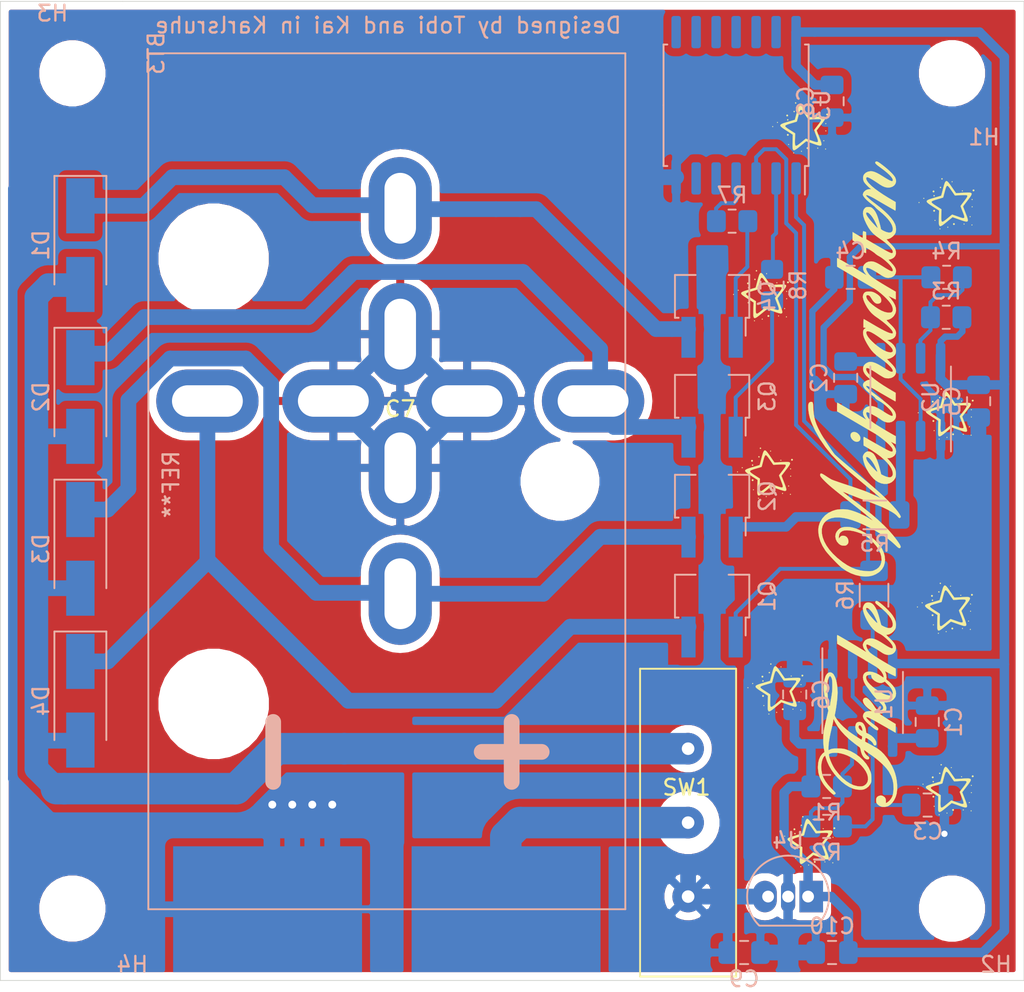
<source format=kicad_pcb>
(kicad_pcb (version 20171130) (host pcbnew "(5.1.10)-1")
  (layers (0 F.Cu signal) (31 B.Cu signal) (34 B.Paste user) (35 F.Paste user) (36 B.SilkS user) (37 F.SilkS user) (38 B.Mask user) (39 F.Mask user) (44 Edge.Cuts user))
  (net 0 "")
  (net 1 "Net-(BT3-Pad1)")
  (net 2 GND)
  (net 3 "Net-(C1-Pad1)")
  (net 4 "Net-(C2-Pad1)")
  (net 5 "Net-(C3-Pad1)")
  (net 6 "Net-(C4-Pad1)")
  (net 7 VCC)
  (net 8 /LED_MATRIX_1)
  (net 9 "Net-(Q1-Pad1)")
  (net 10 /LED_MATRIX_3)
  (net 11 "Net-(Q2-Pad1)")
  (net 12 /LED_MATRIX_2)
  (net 13 "Net-(Q3-Pad1)")
  (net 14 /LED_MATRIX_4)
  (net 15 "Net-(Q4-Pad1)")
  (net 16 "Net-(R1-Pad2)")
  (net 17 "Net-(R3-Pad2)")
  (net 18 "Net-(R5-Pad2)")
  (net 19 "Net-(R6-Pad2)")
  (net 20 +9V)
  (net 21 +5V)
  (net 22 "Net-(R7-Pad2)")
  (net 23 "Net-(R8-Pad2)")
  (module "Bib:9V ohne Loecher" (layer B.Cu) (at 121.12 70.32 270)
    (fp_text reference BT3 (at 0 -0.5 90) (layer B.SilkS) (effects (justify mirror)))
    (fp_text value 9V)
    (fp_text user - (at 44.4 -7.575 90) (layer B.SilkS) (effects (font (size 5 5) (thickness 1)) (justify mirror)))
    (fp_text user REF** (at 27.4 -1.45 90) (layer B.SilkS) (effects (justify mirror)))
    (fp_text user + (at 44.4 -22.725 90) (layer B.SilkS) (effects (font (size 5 5) (thickness 1)) (justify mirror)))
    (pad 2 smd rect (at 54.4 -7.575 270) (size 8 12) (layers B.Cu B.Paste B.Mask) (net 2 GND))
    (pad 1 smd rect (at 54.4 -22.725 270) (size 8 12) (layers B.Cu B.Paste B.Mask) (net 1 "Net-(BT3-Pad1)"))
  )
  (module Resistor_SMD:R_1206_3216Metric_Pad1.30x1.75mm_HandSolder (layer B.Cu) (at 167.221 104.7624 270)
    (fp_text reference R6 (at 0 1.82 90) (layer B.SilkS) (effects (justify mirror)))
    (fp_text value 1k)
    (pad 2 smd roundrect (at 1.55 0 270) (size 1.3 1.75) (layers B.Cu B.Paste B.Mask) (roundrect_rratio 0.1923076923076923) (net 19 "Net-(R6-Pad2)"))
    (pad 1 smd roundrect (at -1.55 0 270) (size 1.3 1.75) (layers B.Cu B.Paste B.Mask) (roundrect_rratio 0.1923076923076923) (net 9 "Net-(Q1-Pad1)"))
  )
  (module Resistor_SMD:R_1206_3216Metric_Pad1.30x1.75mm_HandSolder (layer B.Cu) (at 167.2712 99.657)
    (fp_text reference R5 (at 0 1.82) (layer B.SilkS) (effects (justify mirror)))
    (fp_text value 1k)
    (pad 2 smd roundrect (at 1.55 0) (size 1.3 1.75) (layers B.Cu B.Paste B.Mask) (roundrect_rratio 0.1923076923076923) (net 18 "Net-(R5-Pad2)"))
    (pad 1 smd roundrect (at -1.55 0) (size 1.3 1.75) (layers B.Cu B.Paste B.Mask) (roundrect_rratio 0.1923076923076923) (net 11 "Net-(Q2-Pad1)"))
  )
  (module Resistor_SMD:R_0805_2012Metric_Pad1.20x1.40mm_HandSolder (layer B.Cu) (at 160.744 85.052 90)
    (fp_text reference R8 (at 0 1.65 90) (layer B.SilkS) (effects (justify mirror)))
    (fp_text value 1k)
    (pad 2 smd roundrect (at 1 0 90) (size 1.2 1.4) (layers B.Cu B.Paste B.Mask) (roundrect_rratio 0.2083325) (net 23 "Net-(R8-Pad2)"))
    (pad 1 smd roundrect (at -1 0 90) (size 1.2 1.4) (layers B.Cu B.Paste B.Mask) (roundrect_rratio 0.2083325) (net 13 "Net-(Q3-Pad1)"))
  )
  (module Resistor_SMD:R_0805_2012Metric_Pad1.20x1.40mm_HandSolder (layer B.Cu) (at 158.204 80.988 180)
    (fp_text reference R7 (at 0 1.65) (layer B.SilkS) (effects (justify mirror)))
    (fp_text value 1k)
    (pad 2 smd roundrect (at 1 0 180) (size 1.2 1.4) (layers B.Cu B.Paste B.Mask) (roundrect_rratio 0.2083325) (net 22 "Net-(R7-Pad2)"))
    (pad 1 smd roundrect (at -1 0 180) (size 1.2 1.4) (layers B.Cu B.Paste B.Mask) (roundrect_rratio 0.2083325) (net 15 "Net-(Q4-Pad1)"))
  )
  (module Resistor_SMD:R_0805_2012Metric_Pad1.20x1.40mm_HandSolder (layer B.Cu) (at 171.8312 84.5566 180)
    (fp_text reference R4 (at 0 1.65) (layer B.SilkS) (effects (justify mirror)))
    (fp_text value R)
    (pad 2 smd roundrect (at 1 0 180) (size 1.2 1.4) (layers B.Cu B.Paste B.Mask) (roundrect_rratio 0.2083325) (net 6 "Net-(C4-Pad1)"))
    (pad 1 smd roundrect (at -1 0 180) (size 1.2 1.4) (layers B.Cu B.Paste B.Mask) (roundrect_rratio 0.2083325) (net 17 "Net-(R3-Pad2)"))
  )
  (module Resistor_SMD:R_0805_2012Metric_Pad1.20x1.40mm_HandSolder (layer B.Cu) (at 171.8052 87.0966 180)
    (fp_text reference R3 (at 0 1.65) (layer B.SilkS) (effects (justify mirror)))
    (fp_text value 10k)
    (pad 2 smd roundrect (at 1 0 180) (size 1.2 1.4) (layers B.Cu B.Paste B.Mask) (roundrect_rratio 0.2083325) (net 17 "Net-(R3-Pad2)"))
    (pad 1 smd roundrect (at -1 0 180) (size 1.2 1.4) (layers B.Cu B.Paste B.Mask) (roundrect_rratio 0.2083325) (net 21 +5V))
  )
  (module Resistor_SMD:R_0805_2012Metric_Pad1.20x1.40mm_HandSolder (layer B.Cu) (at 164.211 119.4564)
    (fp_text reference R2 (at 0 1.65) (layer B.SilkS) (effects (justify mirror)))
    (fp_text value R)
    (pad 2 smd roundrect (at 1 0) (size 1.2 1.4) (layers B.Cu B.Paste B.Mask) (roundrect_rratio 0.2083325) (net 5 "Net-(C3-Pad1)"))
    (pad 1 smd roundrect (at -1 0) (size 1.2 1.4) (layers B.Cu B.Paste B.Mask) (roundrect_rratio 0.2083325) (net 16 "Net-(R1-Pad2)"))
  )
  (module Resistor_SMD:R_0805_2012Metric_Pad1.20x1.40mm_HandSolder (layer B.Cu) (at 164.211 116.9164)
    (fp_text reference R1 (at 0 1.65) (layer B.SilkS) (effects (justify mirror)))
    (fp_text value 10k)
    (pad 2 smd roundrect (at 1 0) (size 1.2 1.4) (layers B.Cu B.Paste B.Mask) (roundrect_rratio 0.2083325) (net 16 "Net-(R1-Pad2)"))
    (pad 1 smd roundrect (at -1 0) (size 1.2 1.4) (layers B.Cu B.Paste B.Mask) (roundrect_rratio 0.2083325) (net 21 +5V))
  )
  (module Capacitor_SMD:C_0805_2012Metric_Pad1.18x1.45mm_HandSolder (layer B.Cu) (at 164.554 127.47 180)
    (fp_text reference C10 (at 0 1.68) (layer B.SilkS) (effects (justify mirror)))
    (fp_text value 10n)
    (pad 2 smd roundrect (at 1.0375 0 180) (size 1.175 1.45) (layers B.Cu B.Paste B.Mask) (roundrect_rratio 0.2127659574468085) (net 2 GND))
    (pad 1 smd roundrect (at -1.0375 0 180) (size 1.175 1.45) (layers B.Cu B.Paste B.Mask) (roundrect_rratio 0.2127659574468085) (net 21 +5V))
  )
  (module Capacitor_SMD:C_0805_2012Metric_Pad1.18x1.45mm_HandSolder (layer B.Cu) (at 158.966 127.47)
    (fp_text reference C9 (at 0 1.68) (layer B.SilkS) (effects (justify mirror)))
    (fp_text value 330n)
    (pad 2 smd roundrect (at 1.0375 0) (size 1.175 1.45) (layers B.Cu B.Paste B.Mask) (roundrect_rratio 0.2127659574468085) (net 2 GND))
    (pad 1 smd roundrect (at -1.0375 0) (size 1.175 1.45) (layers B.Cu B.Paste B.Mask) (roundrect_rratio 0.2127659574468085) (net 7 VCC))
  )
  (module Capacitor_SMD:C_0805_2012Metric_Pad1.18x1.45mm_HandSolder (layer B.Cu) (at 164.554 73.368 270)
    (fp_text reference C8 (at 0 1.68 90) (layer B.SilkS) (effects (justify mirror)))
    (fp_text value 100n)
    (pad 2 smd roundrect (at 1.0375 0 270) (size 1.175 1.45) (layers B.Cu B.Paste B.Mask) (roundrect_rratio 0.2127659574468085) (net 2 GND))
    (pad 1 smd roundrect (at -1.0375 0 270) (size 1.175 1.45) (layers B.Cu B.Paste B.Mask) (roundrect_rratio 0.2127659574468085) (net 21 +5V))
  )
  (module Capacitor_SMD:C_0805_2012Metric_Pad1.18x1.45mm_HandSolder (layer B.Cu) (at 162.179 111.0744 90)
    (fp_text reference C6 (at 0 1.68 90) (layer B.SilkS) (effects (justify mirror)))
    (fp_text value 100n)
    (pad 2 smd roundrect (at 1.0375 0 90) (size 1.175 1.45) (layers B.Cu B.Paste B.Mask) (roundrect_rratio 0.2127659574468085) (net 2 GND))
    (pad 1 smd roundrect (at -1.0375 0 90) (size 1.175 1.45) (layers B.Cu B.Paste B.Mask) (roundrect_rratio 0.2127659574468085) (net 21 +5V))
  )
  (module Capacitor_SMD:C_0805_2012Metric_Pad1.18x1.45mm_HandSolder (layer B.Cu) (at 173.8632 92.4306 270)
    (fp_text reference C5 (at 0 1.68 90) (layer B.SilkS) (effects (justify mirror)))
    (fp_text value 100n)
    (pad 2 smd roundrect (at 1.0375 0 270) (size 1.175 1.45) (layers B.Cu B.Paste B.Mask) (roundrect_rratio 0.2127659574468085) (net 2 GND))
    (pad 1 smd roundrect (at -1.0375 0 270) (size 1.175 1.45) (layers B.Cu B.Paste B.Mask) (roundrect_rratio 0.2127659574468085) (net 21 +5V))
  )
  (module Capacitor_SMD:C_0805_2012Metric_Pad1.18x1.45mm_HandSolder (layer B.Cu) (at 165.7352 84.5566 180)
    (fp_text reference C4 (at 0 1.68) (layer B.SilkS) (effects (justify mirror)))
    (fp_text value C)
    (pad 2 smd roundrect (at 1.0375 0 180) (size 1.175 1.45) (layers B.Cu B.Paste B.Mask) (roundrect_rratio 0.2127659574468085) (net 2 GND))
    (pad 1 smd roundrect (at -1.0375 0 180) (size 1.175 1.45) (layers B.Cu B.Paste B.Mask) (roundrect_rratio 0.2127659574468085) (net 6 "Net-(C4-Pad1)"))
  )
  (module Capacitor_SMD:C_0805_2012Metric_Pad1.18x1.45mm_HandSolder (layer B.Cu) (at 170.6246 118.0974)
    (fp_text reference C3 (at 0 1.68) (layer B.SilkS) (effects (justify mirror)))
    (fp_text value C)
    (pad 2 smd roundrect (at 1.0375 0) (size 1.175 1.45) (layers B.Cu B.Paste B.Mask) (roundrect_rratio 0.2127659574468085) (net 2 GND))
    (pad 1 smd roundrect (at -1.0375 0) (size 1.175 1.45) (layers B.Cu B.Paste B.Mask) (roundrect_rratio 0.2127659574468085) (net 5 "Net-(C3-Pad1)"))
  )
  (module Capacitor_SMD:C_0805_2012Metric_Pad1.18x1.45mm_HandSolder (layer B.Cu) (at 165.4176 90.9448 270)
    (fp_text reference C2 (at 0 1.68 90) (layer B.SilkS) (effects (justify mirror)))
    (fp_text value 10n)
    (pad 2 smd roundrect (at 1.0375 0 270) (size 1.175 1.45) (layers B.Cu B.Paste B.Mask) (roundrect_rratio 0.2127659574468085) (net 2 GND))
    (pad 1 smd roundrect (at -1.0375 0 270) (size 1.175 1.45) (layers B.Cu B.Paste B.Mask) (roundrect_rratio 0.2127659574468085) (net 4 "Net-(C2-Pad1)"))
  )
  (module Capacitor_SMD:C_0805_2012Metric_Pad1.18x1.45mm_HandSolder (layer B.Cu) (at 170.5992 112.8142 90)
    (fp_text reference C1 (at 0 1.68 90) (layer B.SilkS) (effects (justify mirror)))
    (fp_text value 10n)
    (pad 2 smd roundrect (at 1.0375 0 90) (size 1.175 1.45) (layers B.Cu B.Paste B.Mask) (roundrect_rratio 0.2127659574468085) (net 2 GND))
    (pad 1 smd roundrect (at -1.0375 0 90) (size 1.175 1.45) (layers B.Cu B.Paste B.Mask) (roundrect_rratio 0.2127659574468085) (net 3 "Net-(C1-Pad1)"))
  )
  (module grafics:star_silk (layer F.Cu) (at 171.7676 117.1068)
    (fp_text reference G*** hide)
    (fp_text value LOGO hide)
  )
  (module grafics:star_silk (layer F.Cu) (at 160.0328 85.7124)
    (fp_text reference G*** hide)
    (fp_text value LOGO hide)
  )
  (module grafics:star_silk (layer F.Cu) (at 171.8184 79.8704)
    (fp_text reference G*** hide)
    (fp_text value LOGO hide)
  )
  (module grafics:star_silk (layer F.Cu) (at 160.2868 96.99)
    (fp_text reference G*** hide)
    (fp_text value LOGO hide)
  )
  (module grafics:star_silk (layer F.Cu) (at 160.9472 110.706)
    (fp_text reference G*** hide)
    (fp_text value LOGO hide)
  )
  (module grafics:star_silk (layer F.Cu) (at 171.7676 93.2308)
    (fp_text reference G*** hide)
    (fp_text value LOGO hide)
  )
  (module grafics:star_silk (layer F.Cu) (at 162.522 75.0444)
    (fp_text reference G*** hide)
    (fp_text value LOGO hide)
  )
  (module grafics:star_silk (layer F.Cu) (at 171.7168 105.5752)
    (fp_text reference G*** hide)
    (fp_text value LOGO hide)
  )
  (module grafics:star_silk (layer F.Cu) (at 162.9792 120.4088)
    (fp_text reference G*** hide)
    (fp_text value LOGO hide)
  )
  (module grafics:frohe_weihnachten_dick (layer F.Cu) (at 165.9764 97.752 90)
    (fp_text reference G*** hide)
    (fp_text value LOGO hide)
  )
  (module Package_TO_SOT_THT:TO-92_Inline (layer B.Cu) (at 163.03 123.914 180)
    (fp_text reference U4 (at 1.27 3.56) (layer B.SilkS) (effects (justify mirror)))
    (fp_text value L78L05_TO92)
    (pad 1 thru_hole rect (at 0 0 180) (size 1.5 2) (drill 0.75 (offset -0.2 0)) (layers *.Cu *.Mask) (net 21 +5V))
    (pad 3 thru_hole oval (at 2.54 0 180) (size 1.5 2) (drill 0.75 (offset 0.2 0)) (layers *.Cu *.Mask) (net 7 VCC))
    (pad 2 thru_hole oval (at 1.27 0 180) (size 0.9 2) (drill 0.75) (layers *.Cu *.Mask) (net 2 GND))
  )
  (module Diode_SMD:D_SMA_Handsoldering (layer B.Cu) (at 116.802 111.468 270)
    (fp_text reference D4 (at 0 2.5 270) (layer B.SilkS) (effects (justify mirror)))
    (fp_text value "STPS 1L30A STM")
    (pad 2 smd rect (at 2.5 0 270) (size 3.5 1.8) (layers B.Cu B.Paste B.Mask) (net 20 +9V))
    (pad 1 smd rect (at -2.5 0 270) (size 3.5 1.8) (layers B.Cu B.Paste B.Mask) (net 8 /LED_MATRIX_1))
  )
  (module Diode_SMD:D_SMA_Handsoldering (layer B.Cu) (at 116.802 101.816 270)
    (fp_text reference D3 (at 0 2.5 90) (layer B.SilkS) (effects (justify mirror)))
    (fp_text value "STPS 1L30A STM")
    (pad 2 smd rect (at 2.5 0 270) (size 3.5 1.8) (layers B.Cu B.Paste B.Mask) (net 20 +9V))
    (pad 1 smd rect (at -2.5 0 270) (size 3.5 1.8) (layers B.Cu B.Paste B.Mask) (net 12 /LED_MATRIX_2))
  )
  (module Diode_SMD:D_SMA_Handsoldering (layer B.Cu) (at 116.802 92.164 270)
    (fp_text reference D2 (at 0 2.5 90) (layer B.SilkS) (effects (justify mirror)))
    (fp_text value "STPS 1L30A STM")
    (pad 2 smd rect (at 2.5 0 270) (size 3.5 1.8) (layers B.Cu B.Paste B.Mask) (net 20 +9V))
    (pad 1 smd rect (at -2.5 0 270) (size 3.5 1.8) (layers B.Cu B.Paste B.Mask) (net 10 /LED_MATRIX_3))
  )
  (module Diode_SMD:D_SMA_Handsoldering (layer B.Cu) (at 116.802 82.512 270)
    (fp_text reference D1 (at 0 2.5 90) (layer B.SilkS) (effects (justify mirror)))
    (fp_text value "STPS 1L30A STM")
    (pad 2 smd rect (at 2.5 0 270) (size 3.5 1.8) (layers B.Cu B.Paste B.Mask) (net 20 +9V))
    (pad 1 smd rect (at -2.5 0 270) (size 3.5 1.8) (layers B.Cu B.Paste B.Mask) (net 14 /LED_MATRIX_4))
  )
  (module Bib:Schiebeschalter (layer F.Cu) (at 158.458 109.436 270)
    (fp_text reference SW1 (at 7.5438 3.1496) (layer F.SilkS))
    (fp_text value SW_DPDT_x2)
    (pad 3 thru_hole circle (at 5.08 3.05 270) (size 2 2) (drill 0.8) (layers *.Cu *.Mask) (net 20 +9V))
    (pad 2 thru_hole circle (at 9.78 3.05 270) (size 2 2) (drill 0.8) (layers *.Cu *.Mask) (net 1 "Net-(BT3-Pad1)") (clearance 1))
    (pad 1 thru_hole circle (at 14.48 3.05 270) (size 2 2) (drill 0.8) (layers *.Cu *.Mask) (net 7 VCC))
  )
  (module Package_TO_SOT_SMD:SOT-89-3 (layer B.Cu) (at 156.934 105.118 90)
    (fp_text reference Q1 (at 0.3 3.5 90) (layer B.SilkS) (effects (justify mirror)))
    (fp_text value BCX56)
    (pad 1 smd rect (at -1.65 1.5 90) (size 2.6 0.9) (drill (offset -0.65 0)) (layers B.Cu B.Paste B.Mask) (net 9 "Net-(Q1-Pad1)"))
    (pad 3 smd rect (at -1.65 -1.5 90) (size 2.6 0.9) (drill (offset -0.65 0)) (layers B.Cu B.Paste B.Mask) (net 8 /LED_MATRIX_1))
    (pad 2 smd custom (at -1.5625 0 90) (size 1.475 0.9) (layers B.Cu B.Paste B.Mask) (net 7 VCC) (options (clearance outline) (anchor rect)) (primitives (gr_poly (pts (xy 0.7375 0.8665) (xy 3.8625 0.8665) (xy 3.8625 -0.8665) (xy 0.7375 -0.8665)) (width 0))))
  )
  (module Bib:Verbindung_Basis (layer F.Cu) (at 137.122 92.418)
    (fp_text reference C7 (at 0 0.5) (layer F.SilkS))
    (fp_text value Baum_Connector)
    (pad 6 thru_hole oval (at 0 12.25) (size 4 6.5) (drill oval 2 4.5) (layers *.Cu *.Mask) (net 12 /LED_MATRIX_2))
    (pad 5 thru_hole oval (at 0 4.25) (size 4 6.5) (drill oval 2 4.5) (layers *.Cu *.Mask) (net 2 GND))
    (pad 2 thru_hole oval (at 0 -12.25) (size 4 6.5) (drill oval 2 4.5) (layers *.Cu *.Mask) (net 14 /LED_MATRIX_4))
    (pad 1 thru_hole oval (at 0 -4.25) (size 4 6.5) (drill oval 2 4.5) (layers *.Cu *.Mask) (net 2 GND))
    (pad 8 thru_hole oval (at -12.25 0) (size 6.5 4) (drill oval 4.5 2) (layers *.Cu *.Mask) (net 8 /LED_MATRIX_1))
    (pad 7 thru_hole oval (at -4.25 0) (size 6.5 4) (drill oval 4.5 2) (layers *.Cu *.Mask) (net 2 GND))
    (pad 4 thru_hole oval (at 12.25 0) (size 6.5 4) (drill oval 4.5 2) (layers *.Cu *.Mask) (net 10 /LED_MATRIX_3))
    (pad 3 thru_hole oval (at 4.25 0) (size 6.5 4) (drill oval 4.5 2) (layers *.Cu *.Mask) (net 2 GND))
  )
  (module MountingHole:MountingHole_3.2mm_M3 (layer F.Cu) (at 116.294 124.676)
    (fp_text reference H4 (at 3.81 3.556) (layer B.SilkS) (effects (justify mirror)))
    (fp_text value M3)
    (pad 1 np_thru_hole circle (at 0 0) (size 3.2 3.2) (drill 3.2) (layers *.Cu *.Mask))
  )
  (module MountingHole:MountingHole_3.2mm_M3 (layer F.Cu) (at 116.294 71.59)
    (fp_text reference H3 (at -1.27 -3.81) (layer B.SilkS) (effects (justify mirror)))
    (fp_text value M3)
    (pad 1 np_thru_hole circle (at 0 0) (size 3.2 3.2) (drill 3.2) (layers *.Cu *.Mask))
  )
  (module MountingHole:MountingHole_3.2mm_M3 (layer F.Cu) (at 172.174 124.676)
    (fp_text reference H2 (at 2.794 3.556) (layer B.SilkS) (effects (justify mirror)))
    (fp_text value M3)
    (pad 1 np_thru_hole circle (at 0 0) (size 3.2 3.2) (drill 3.2) (layers *.Cu *.Mask))
  )
  (module MountingHole:MountingHole_3.2mm_M3 (layer F.Cu) (at 172.174 71.59)
    (fp_text reference H1 (at 2.032 4.064) (layer B.SilkS) (effects (justify mirror)))
    (fp_text value M3)
    (pad 1 np_thru_hole circle (at 0 0) (size 3.2 3.2) (drill 3.2) (layers *.Cu *.Mask))
  )
  (module Package_SO:SOIC-14W_7.5x9mm_P1.27mm (layer B.Cu) (at 158.458 73.622 90)
    (fp_text reference U3 (at 0 5.45 90) (layer B.SilkS) (effects (justify mirror)))
    (fp_text value 74HC04)
    (pad 1 smd roundrect (at -4.65 3.81 90) (size 2.05 0.6) (layers B.Cu B.Paste B.Mask) (net 9 "Net-(Q1-Pad1)"))
    (pad 2 smd roundrect (at -4.65 2.54 90) (size 2.05 0.6) (layers B.Cu B.Paste B.Mask) (net 23 "Net-(R8-Pad2)"))
    (pad 3 smd roundrect (at -4.65 1.27 90) (size 2.05 0.6) (layers B.Cu B.Paste B.Mask) (net 11 "Net-(Q2-Pad1)"))
    (pad 4 smd roundrect (at -4.65 0 90) (size 2.05 0.6) (layers B.Cu B.Paste B.Mask) (net 22 "Net-(R7-Pad2)"))
    (pad 5 smd roundrect (at -4.65 -1.27 90) (size 2.05 0.6) (layers B.Cu B.Paste B.Mask))
    (pad 6 smd roundrect (at -4.65 -2.54 90) (size 2.05 0.6) (layers B.Cu B.Paste B.Mask))
    (pad 7 smd roundrect (at -4.65 -3.81 90) (size 2.05 0.6) (layers B.Cu B.Paste B.Mask) (net 2 GND))
    (pad 8 smd roundrect (at 4.65 -3.81 90) (size 2.05 0.6) (layers B.Cu B.Paste B.Mask))
    (pad 9 smd roundrect (at 4.65 -2.54 90) (size 2.05 0.6) (layers B.Cu B.Paste B.Mask))
    (pad 10 smd roundrect (at 4.65 -1.27 90) (size 2.05 0.6) (layers B.Cu B.Paste B.Mask))
    (pad 11 smd roundrect (at 4.65 0 90) (size 2.05 0.6) (layers B.Cu B.Paste B.Mask))
    (pad 12 smd roundrect (at 4.65 1.27 90) (size 2.05 0.6) (layers B.Cu B.Paste B.Mask))
    (pad 13 smd roundrect (at 4.65 2.54 90) (size 2.05 0.6) (layers B.Cu B.Paste B.Mask))
    (pad 14 smd roundrect (at 4.65 3.81 90) (size 2.05 0.6) (layers B.Cu B.Paste B.Mask) (net 21 +5V))
  )
  (module Package_SO:SOIC-8_3.9x4.9mm_P1.27mm (layer B.Cu) (at 169.5452 92.1766 90)
    (fp_text reference U2 (at -0.0001 1.2826 90) (layer B.SilkS) (effects (justify mirror)))
    (fp_text value NE555D)
    (pad 1 smd roundrect (at -2.475 1.905 90) (size 1.95 0.6) (layers B.Cu B.Paste B.Mask) (net 2 GND))
    (pad 2 smd roundrect (at -2.475 0.635 90) (size 1.95 0.6) (layers B.Cu B.Paste B.Mask) (net 6 "Net-(C4-Pad1)"))
    (pad 3 smd roundrect (at -2.475 -0.635 90) (size 1.95 0.6) (layers B.Cu B.Paste B.Mask) (net 18 "Net-(R5-Pad2)"))
    (pad 4 smd roundrect (at -2.475 -1.905 90) (size 1.95 0.6) (layers B.Cu B.Paste B.Mask) (net 21 +5V))
    (pad 5 smd roundrect (at 2.475 -1.905 90) (size 1.95 0.6) (layers B.Cu B.Paste B.Mask) (net 4 "Net-(C2-Pad1)"))
    (pad 6 smd roundrect (at 2.475 -0.635 90) (size 1.95 0.6) (layers B.Cu B.Paste B.Mask) (net 6 "Net-(C4-Pad1)"))
    (pad 7 smd roundrect (at 2.475 0.635 90) (size 1.95 0.6) (layers B.Cu B.Paste B.Mask) (net 17 "Net-(R3-Pad2)"))
    (pad 8 smd roundrect (at 2.475 1.905 90) (size 1.95 0.6) (layers B.Cu B.Paste B.Mask) (net 21 +5V))
  )
  (module Package_SO:SOIC-8_3.9x4.9mm_P1.27mm (layer B.Cu) (at 166.497 111.5824 270)
    (fp_text reference U1 (at 0.0634 -1.359 90) (layer B.SilkS) (effects (justify mirror)))
    (fp_text value NE555D)
    (pad 1 smd roundrect (at -2.475 1.905 270) (size 1.95 0.6) (layers B.Cu B.Paste B.Mask) (net 2 GND))
    (pad 2 smd roundrect (at -2.475 0.635 270) (size 1.95 0.6) (layers B.Cu B.Paste B.Mask) (net 5 "Net-(C3-Pad1)"))
    (pad 3 smd roundrect (at -2.475 -0.635 270) (size 1.95 0.6) (layers B.Cu B.Paste B.Mask) (net 19 "Net-(R6-Pad2)"))
    (pad 4 smd roundrect (at -2.475 -1.905 270) (size 1.95 0.6) (layers B.Cu B.Paste B.Mask) (net 21 +5V))
    (pad 5 smd roundrect (at 2.475 -1.905 270) (size 1.95 0.6) (layers B.Cu B.Paste B.Mask) (net 3 "Net-(C1-Pad1)"))
    (pad 6 smd roundrect (at 2.475 -0.635 270) (size 1.95 0.6) (layers B.Cu B.Paste B.Mask) (net 5 "Net-(C3-Pad1)"))
    (pad 7 smd roundrect (at 2.475 0.635 270) (size 1.95 0.6) (layers B.Cu B.Paste B.Mask) (net 16 "Net-(R1-Pad2)"))
    (pad 8 smd roundrect (at 2.475 1.905 270) (size 1.95 0.6) (layers B.Cu B.Paste B.Mask) (net 21 +5V))
  )
  (module Package_TO_SOT_SMD:SOT-89-3 (layer B.Cu) (at 156.934 86.068 90)
    (fp_text reference Q4 (at 0.3 3.5 90) (layer B.SilkS) (effects (justify mirror)))
    (fp_text value BCX56)
    (pad 1 smd rect (at -1.65 1.5 90) (size 2.6 0.9) (drill (offset -0.65 0)) (layers B.Cu B.Paste B.Mask) (net 15 "Net-(Q4-Pad1)"))
    (pad 3 smd rect (at -1.65 -1.5 90) (size 2.6 0.9) (drill (offset -0.65 0)) (layers B.Cu B.Paste B.Mask) (net 14 /LED_MATRIX_4))
    (pad 2 smd custom (at -1.5625 0 90) (size 1.475 0.9) (layers B.Cu B.Paste B.Mask) (net 7 VCC) (options (clearance outline) (anchor rect)) (primitives (gr_poly (pts (xy 0.7375 0.8665) (xy 3.8625 0.8665) (xy 3.8625 -0.8665) (xy 0.7375 -0.8665)) (width 0))))
  )
  (module Package_TO_SOT_SMD:SOT-89-3 (layer B.Cu) (at 156.934 92.418 90)
    (fp_text reference Q3 (at 0.3 3.5 90) (layer B.SilkS) (effects (justify mirror)))
    (fp_text value BCX56)
    (pad 1 smd rect (at -1.65 1.5 90) (size 2.6 0.9) (drill (offset -0.65 0)) (layers B.Cu B.Paste B.Mask) (net 13 "Net-(Q3-Pad1)"))
    (pad 3 smd rect (at -1.65 -1.5 90) (size 2.6 0.9) (drill (offset -0.65 0)) (layers B.Cu B.Paste B.Mask) (net 10 /LED_MATRIX_3))
    (pad 2 smd custom (at -1.5625 0 90) (size 1.475 0.9) (layers B.Cu B.Paste B.Mask) (net 7 VCC) (options (clearance outline) (anchor rect)) (primitives (gr_poly (pts (xy 0.7375 0.8665) (xy 3.8625 0.8665) (xy 3.8625 -0.8665) (xy 0.7375 -0.8665)) (width 0))))
  )
  (module Package_TO_SOT_SMD:SOT-89-3 (layer B.Cu) (at 156.934 98.768 90)
    (fp_text reference Q2 (at 0.3 3.5 90) (layer B.SilkS) (effects (justify mirror)))
    (fp_text value BCX56)
    (pad 1 smd rect (at -1.65 1.5 90) (size 2.6 0.9) (drill (offset -0.65 0)) (layers B.Cu B.Paste B.Mask) (net 11 "Net-(Q2-Pad1)"))
    (pad 3 smd rect (at -1.65 -1.5 90) (size 2.6 0.9) (drill (offset -0.65 0)) (layers B.Cu B.Paste B.Mask) (net 12 /LED_MATRIX_2))
    (pad 2 smd custom (at -1.5625 0 90) (size 1.475 0.9) (layers B.Cu B.Paste B.Mask) (net 7 VCC) (options (clearance outline) (anchor rect)) (primitives (gr_poly (pts (xy 0.7375 0.8665) (xy 3.8625 0.8665) (xy 3.8625 -0.8665) (xy 0.7375 -0.8665)) (width 0))))
  )
  (gr_text "Designed by Tobi and Kai in Karlsruhe" (at 136.36 68.542) (layer B.SilkS) (effects (font (size 1 1)) (justify mirror)))
  (gr_line (start 176.746 129.248) (end 176.746 67.018) (layer Edge.Cuts) (width 0.05))
  (gr_line (start 111.722 129.248) (end 176.746 129.248) (layer Edge.Cuts) (width 0.05))
  (gr_line (start 111.722 67.018) (end 119.469 67.018) (layer Edge.Cuts) (width 0.05))
  (gr_line (start 111.722 129.248) (end 111.722 67.018) (layer Edge.Cuts) (width 0.05))
  (gr_line (start 176.746 67.018) (end 119.469 67.018) (layer Edge.Cuts) (width 0.05))
  (segment (start 155.412 119.214) (end 144.7176 119.214) (width 2) (layer B.Cu) (net 1))
  (segment (start 144.7176 119.214) (end 143.8276 120.104) (width 2) (layer B.Cu) (net 1))
  (segment (start 143.8276 120.104) (end 143.8276 124.7014) (width 2) (layer B.Cu) (net 1))
  (via (at 130.264 118.072) (size 1) (drill 0.5) (layers F.Cu B.Cu) (net 2))
  (via (at 131.534 118.072) (size 1) (drill 0.5) (layers F.Cu B.Cu) (net 2))
  (via (at 132.804 118.072) (size 1) (drill 0.5) (layers F.Cu B.Cu) (net 2))
  (segment (start 137.122 96.668) (end 132.872 92.418) (width 1) (layer B.Cu) (net 2))
  (segment (start 137.122 88.168) (end 132.872 92.418) (width 1) (layer B.Cu) (net 2))
  (segment (start 164.592 109.1074) (end 163.892 109.1074) (width 0.6) (layer B.Cu) (net 2))
  (segment (start 163.4875 109.5119) (end 162.179 109.5119) (width 0.6) (layer B.Cu) (net 2))
  (segment (start 163.892 109.1074) (end 163.4875 109.5119) (width 0.6) (layer B.Cu) (net 2))
  (segment (start 128.695 124.72) (end 128.95 124.72) (width 1) (layer B.Cu) (net 2))
  (segment (start 128.95 124.72) (end 131.28 122.39) (width 1) (layer B.Cu) (net 2))
  (via (at 128.994 118.072) (size 1) (drill 0.5) (layers F.Cu B.Cu) (net 2))
  (via (at 171.6914 119.9262) (size 0.8) (drill 0.4) (layers F.Cu B.Cu) (net 2))
  (segment (start 137.122 96.668) (end 137.19 96.668) (width 1) (layer B.Cu) (net 2))
  (segment (start 137.19 96.668) (end 141.44 92.418) (width 1) (layer B.Cu) (net 2))
  (segment (start 137.122 88.168) (end 137.122 88.354) (width 1) (layer B.Cu) (net 2))
  (segment (start 137.122 88.354) (end 141.44 92.672) (width 1) (layer B.Cu) (net 2))
  (segment (start 128.994 118.072) (end 128.994 124.168) (width 1) (layer B.Cu) (net 2))
  (segment (start 130.264 118.072) (end 130.264 123.406) (width 1) (layer B.Cu) (net 2))
  (segment (start 131.534 118.072) (end 131.534 121.882) (width 1) (layer B.Cu) (net 2))
  (segment (start 132.804 118.072) (end 132.804 121.12) (width 1) (layer B.Cu) (net 2))
  (segment (start 128.695 124.72) (end 120.656 124.72) (width 1) (layer B.Cu) (net 2))
  (segment (start 113.246 78.194) (end 116.548 74.892) (width 1) (layer B.Cu) (net 2))
  (segment (start 116.548 74.892) (end 144.488 74.892) (width 1) (layer B.Cu) (net 2))
  (segment (start 161.76 123.914) (end 161.76 127.47) (width 0.6) (layer B.Cu) (net 2))
  (segment (start 161.76 127.47) (end 163.03 127.47) (width 1) (layer B.Cu) (net 2))
  (segment (start 160.5285 127.47) (end 161.76 127.47) (width 1) (layer B.Cu) (net 2))
  (segment (start 161.76 123.914) (end 161.76 123.438707) (width 0.6) (layer B.Cu) (net 2))
  (segment (start 162.014 109.69) (end 162.014 109.436) (width 0.6) (layer B.Cu) (net 2))
  (segment (start 159.728 109.69) (end 162.014 109.69) (width 0.6) (layer B.Cu) (net 2))
  (segment (start 159.22 110.198) (end 159.728 109.69) (width 0.6) (layer B.Cu) (net 2))
  (segment (start 159.22 121.374) (end 159.22 110.198) (width 0.6) (layer B.Cu) (net 2))
  (segment (start 159.982 122.136) (end 159.22 121.374) (width 0.6) (layer B.Cu) (net 2))
  (segment (start 144.488 74.892) (end 147.282 74.892) (width 1) (layer B.Cu) (net 2))
  (segment (start 147.282 74.892) (end 150.584 78.194) (width 1) (layer B.Cu) (net 2))
  (segment (start 150.584 78.194) (end 154.648 78.194) (width 1) (layer B.Cu) (net 2))
  (segment (start 161.76 122.39) (end 161.506 122.136) (width 0.6) (layer B.Cu) (net 2))
  (segment (start 161.76 123.914) (end 161.76 122.39) (width 0.6) (layer B.Cu) (net 2))
  (segment (start 161.506 122.136) (end 159.982 122.136) (width 0.6) (layer B.Cu) (net 2))
  (segment (start 112.507991 78.932009) (end 113.246 78.194) (width 0.6) (layer B.Cu) (net 2))
  (segment (start 112.507991 116.407325) (end 112.507991 78.932009) (width 0.6) (layer B.Cu) (net 2))
  (segment (start 120.656 124.555334) (end 112.507991 116.407325) (width 0.6) (layer B.Cu) (net 2))
  (segment (start 120.656 124.72) (end 120.656 124.555334) (width 0.6) (layer B.Cu) (net 2))
  (segment (start 169.634 103.086) (end 169.634 104.61) (width 0.4) (layer B.Cu) (net 2))
  (segment (start 164.6977 84.5566) (end 164.6977 85.3147) (width 0.4) (layer B.Cu) (net 2))
  (segment (start 163.30101 86.71139) (end 163.30101 87.15181) (width 0.4) (layer B.Cu) (net 2))
  (segment (start 164.6977 85.3147) (end 163.30101 86.71139) (width 0.4) (layer B.Cu) (net 2))
  (segment (start 169.634 103.086) (end 169.634 103.0098) (width 0.4) (layer B.Cu) (net 2))
  (segment (start 169.634 103.0098) (end 167.5004 100.8762) (width 0.4) (layer B.Cu) (net 2))
  (segment (start 167.5004 100.8762) (end 167.5004 97.3202) (width 0.4) (layer B.Cu) (net 2))
  (segment (start 167.5004 97.3202) (end 167.5004 96.6598) (width 0.4) (layer B.Cu) (net 2))
  (segment (start 167.5004 96.6598) (end 165.4176 94.577) (width 0.4) (layer B.Cu) (net 2))
  (segment (start 165.4176 94.577) (end 165.4176 92.037) (width 0.4) (layer B.Cu) (net 2))
  (segment (start 165.4176 91.9823) (end 164.2707 91.9823) (width 0.4) (layer B.Cu) (net 2))
  (segment (start 163.30101 91.01261) (end 163.30101 89.83559) (width 0.4) (layer B.Cu) (net 2))
  (segment (start 164.2707 91.9823) (end 163.30101 91.01261) (width 0.4) (layer B.Cu) (net 2))
  (segment (start 163.30101 87.15181) (end 163.30101 89.83559) (width 0.4) (layer B.Cu) (net 2))
  (segment (start 154.648 77.247) (end 154.648 78.272) (width 0.6) (layer B.Cu) (net 2))
  (segment (start 157.4895 74.4055) (end 154.648 77.247) (width 0.6) (layer B.Cu) (net 2))
  (segment (start 164.554 74.4055) (end 157.4895 74.4055) (width 0.6) (layer B.Cu) (net 2))
  (segment (start 173.8504 101.689) (end 173.8504 93.561) (width 1) (layer B.Cu) (net 2))
  (segment (start 173.8504 102.5018) (end 173.8504 101.689) (width 1) (layer B.Cu) (net 2))
  (segment (start 171.7422 104.61) (end 173.8504 102.5018) (width 1) (layer B.Cu) (net 2))
  (segment (start 163.538 104.61) (end 171.7422 104.61) (width 1) (layer B.Cu) (net 2))
  (segment (start 162.179 105.969) (end 163.538 104.61) (width 1) (layer B.Cu) (net 2))
  (segment (start 162.179 109.5119) (end 162.179 105.969) (width 1) (layer B.Cu) (net 2))
  (segment (start 170.5992 111.7767) (end 171.7715 111.7767) (width 0.6) (layer B.Cu) (net 2))
  (segment (start 171.7715 111.7767) (end 173.0122 113.0174) (width 0.6) (layer B.Cu) (net 2))
  (segment (start 173.0122 113.0174) (end 173.0122 115.1002) (width 0.6) (layer B.Cu) (net 2))
  (segment (start 173.0122 115.1002) (end 171.6406 116.4718) (width 0.6) (layer B.Cu) (net 2))
  (segment (start 171.6406 116.4718) (end 171.6406 118.1228) (width 0.6) (layer B.Cu) (net 2))
  (segment (start 171.6914 119.9262) (end 171.6914 118.1482) (width 0.6) (layer B.Cu) (net 2))
  (segment (start 171.6914 118.1482) (end 171.6406 118.0974) (width 0.6) (layer B.Cu) (net 2))
  (segment (start 168.4025 114.3767) (end 168.3894 114.3636) (width 0.6) (layer B.Cu) (net 3))
  (segment (start 170.5992 113.8517) (end 168.4363 113.8517) (width 0.6) (layer B.Cu) (net 3))
  (segment (start 168.4363 113.8517) (end 168.4148 113.8302) (width 0.6) (layer B.Cu) (net 3))
  (segment (start 167.6397 89.3823) (end 167.6528 89.3954) (width 0.25) (layer B.Cu) (net 4))
  (segment (start 167.6528 89.3954) (end 167.6528 89.7256) (width 0.25) (layer B.Cu) (net 4))
  (segment (start 165.4176 89.9073) (end 167.5981 89.9073) (width 0.6) (layer B.Cu) (net 4))
  (segment (start 167.5981 89.9073) (end 167.602 89.9034) (width 0.6) (layer B.Cu) (net 4))
  (segment (start 167.132 114.0574) (end 167.132 112.4714) (width 0.25) (layer B.Cu) (net 5))
  (segment (start 165.862 111.2014) (end 165.862 109.1074) (width 0.25) (layer B.Cu) (net 5))
  (segment (start 167.132 112.4714) (end 165.862 111.2014) (width 0.25) (layer B.Cu) (net 5))
  (segment (start 165.7478 119.3928) (end 165.7986 119.4436) (width 0.25) (layer B.Cu) (net 5))
  (segment (start 167.6782 118.0974) (end 169.0621 118.0974) (width 0.25) (layer B.Cu) (net 5))
  (segment (start 167.1448 118.0974) (end 167.6782 118.0974) (width 0.25) (layer B.Cu) (net 5))
  (segment (start 167.132 118.0846) (end 167.1448 118.0974) (width 0.25) (layer B.Cu) (net 5))
  (segment (start 167.132 114.0574) (end 167.132 118.0846) (width 0.25) (layer B.Cu) (net 5))
  (segment (start 167.132 118.0846) (end 167.132 118.7706) (width 0.25) (layer B.Cu) (net 5))
  (segment (start 165.761 119.4564) (end 166.6748 119.4564) (width 0.25) (layer B.Cu) (net 5))
  (segment (start 167.132 118.9992) (end 167.132 118.7706) (width 0.25) (layer B.Cu) (net 5))
  (segment (start 166.6748 119.4564) (end 167.132 118.9992) (width 0.25) (layer B.Cu) (net 5))
  (segment (start 168.9102 89.7016) (end 168.9102 85.1916) (width 0.25) (layer B.Cu) (net 6))
  (segment (start 168.9102 89.7016) (end 168.9102 91.0336) (width 0.25) (layer B.Cu) (net 6))
  (segment (start 170.1802 92.3036) (end 170.1802 94.6516) (width 0.25) (layer B.Cu) (net 6))
  (segment (start 168.9102 91.0336) (end 170.1802 92.3036) (width 0.25) (layer B.Cu) (net 6))
  (segment (start 169.5452 84.5566) (end 170.2812 84.5566) (width 0.25) (layer B.Cu) (net 6))
  (segment (start 168.9102 85.1916) (end 168.9102 84.5566) (width 0.25) (layer B.Cu) (net 6))
  (segment (start 168.9102 84.5566) (end 169.5452 84.5566) (width 0.25) (layer B.Cu) (net 6))
  (segment (start 167.2977 84.5566) (end 168.9102 84.5566) (width 0.25) (layer B.Cu) (net 6))
  (segment (start 156.934 104.9025) (end 156.934 106.896) (width 1) (layer B.Cu) (net 7))
  (segment (start 156.934 91.148) (end 156.934 85.814) (width 1) (layer B.Cu) (net 7))
  (segment (start 156.934 104.9025) (end 156.934 100.8) (width 1) (layer B.Cu) (net 7))
  (segment (start 156.934 96.482) (end 156.934 91.148) (width 1) (layer B.Cu) (net 7))
  (segment (start 156.934 100.8) (end 156.934 96.482) (width 1) (layer B.Cu) (net 7))
  (segment (start 155.408 123.916) (end 157.44 123.916) (width 1) (layer B.Cu) (net 7))
  (segment (start 155.408 123.916) (end 155.408 122.392) (width 1) (layer B.Cu) (net 7))
  (segment (start 157.908001 109.992003) (end 156.934 109.018002) (width 1) (layer B.Cu) (net 7))
  (segment (start 157.908001 120.416001) (end 157.908001 109.992003) (width 1) (layer B.Cu) (net 7))
  (segment (start 156.608001 121.716001) (end 157.908001 120.416001) (width 1) (layer B.Cu) (net 7))
  (segment (start 155.408 122.392) (end 156.083999 121.716001) (width 1) (layer B.Cu) (net 7))
  (segment (start 156.934 109.018002) (end 156.934 106.642) (width 1) (layer B.Cu) (net 7))
  (segment (start 157.9285 124.1173) (end 158.1298 123.916) (width 0.6) (layer B.Cu) (net 7))
  (segment (start 157.9285 127.47) (end 157.9285 124.1173) (width 0.6) (layer B.Cu) (net 7))
  (segment (start 158.1298 123.916) (end 160.48299 123.916) (width 1) (layer B.Cu) (net 7))
  (segment (start 157.44 123.916) (end 158.1298 123.916) (width 1) (layer B.Cu) (net 7))
  (segment (start 156.083999 121.716001) (end 156.608001 121.716001) (width 1) (layer B.Cu) (net 7))
  (segment (start 124.872 102.52) (end 124.872 92.418) (width 1) (layer B.Cu) (net 8))
  (segment (start 133.82 111.468) (end 124.872 102.52) (width 1) (layer B.Cu) (net 8))
  (segment (start 155.434 106.768) (end 147.918 106.768) (width 1) (layer B.Cu) (net 8))
  (segment (start 143.218 111.468) (end 133.82 111.468) (width 1) (layer B.Cu) (net 8))
  (segment (start 147.918 106.768) (end 143.218 111.468) (width 1) (layer B.Cu) (net 8))
  (segment (start 124.716 92.204) (end 124.93 92.418) (width 1) (layer B.Cu) (net 8))
  (segment (start 124.872 102.636) (end 124.872 102.52) (width 1) (layer B.Cu) (net 8))
  (segment (start 118.54 108.968) (end 124.872 102.636) (width 1) (layer B.Cu) (net 8))
  (segment (start 116.802 108.968) (end 118.54 108.968) (width 1) (layer B.Cu) (net 8))
  (segment (start 158.434 106.768) (end 158.434 105.904) (width 0.25) (layer B.Cu) (net 9))
  (segment (start 158.434 105.904) (end 159.474 104.864) (width 0.25) (layer B.Cu) (net 9))
  (segment (start 159.474 104.864) (end 160.744 103.594) (width 0.25) (layer B.Cu) (net 9))
  (segment (start 160.744 103.594) (end 161.252 103.086) (width 0.25) (layer B.Cu) (net 9))
  (segment (start 162.776 81.242) (end 162.776 93.18) (width 0.25) (layer B.Cu) (net 9))
  (segment (start 162.268 80.734) (end 162.776 81.242) (width 0.25) (layer B.Cu) (net 9))
  (segment (start 162.268 78.272) (end 162.268 80.734) (width 0.25) (layer B.Cu) (net 9))
  (segment (start 162.776 93.18) (end 162.776 93.688) (width 0.25) (layer B.Cu) (net 9))
  (segment (start 162.776 93.688) (end 163.284 94.196) (width 0.25) (layer B.Cu) (net 9))
  (segment (start 163.284 94.196) (end 166.84 97.752) (width 0.25) (layer B.Cu) (net 9))
  (segment (start 166.84 97.752) (end 166.84 102.8828) (width 0.25) (layer B.Cu) (net 9))
  (segment (start 166.84 102.8828) (end 167.2464 103.2892) (width 0.25) (layer B.Cu) (net 9))
  (segment (start 161.252 103.086) (end 167.2972 103.086) (width 0.25) (layer B.Cu) (net 9))
  (segment (start 167.2972 103.086) (end 167.3226 103.1114) (width 0.25) (layer B.Cu) (net 9))
  (segment (start 149.372 92.418) (end 149.372 92.476) (width 1) (layer B.Cu) (net 10))
  (segment (start 150.33 93.434) (end 149.314 92.418) (width 1) (layer B.Cu) (net 10))
  (segment (start 155.434 94.068) (end 150.71 94.068) (width 1) (layer B.Cu) (net 10))
  (segment (start 150.71 94.068) (end 149.06 92.418) (width 1) (layer B.Cu) (net 10))
  (segment (start 116.802 89.41) (end 118.54 89.41) (width 1) (layer B.Cu) (net 10))
  (segment (start 118.54 89.41) (end 120.866 87.084) (width 1) (layer B.Cu) (net 10))
  (segment (start 120.866 87.084) (end 131.28 87.084) (width 1) (layer B.Cu) (net 10))
  (segment (start 134.14601 84.21799) (end 144.92399 84.21799) (width 1) (layer B.Cu) (net 10))
  (segment (start 131.28 87.084) (end 134.14601 84.21799) (width 1) (layer B.Cu) (net 10))
  (segment (start 144.92399 84.21799) (end 149.822 89.116) (width 1) (layer B.Cu) (net 10))
  (segment (start 149.822 89.116) (end 149.822 92.418) (width 1) (layer B.Cu) (net 10))
  (segment (start 158.434 100.418) (end 161.634 100.418) (width 0.6) (layer B.Cu) (net 11))
  (segment (start 161.634 100.418) (end 162.268 99.784) (width 0.6) (layer B.Cu) (net 11))
  (segment (start 162.268 99.784) (end 165.824 99.784) (width 0.6) (layer B.Cu) (net 11))
  (segment (start 160.998 76.416) (end 160.236 76.416) (width 0.25) (layer B.Cu) (net 11))
  (segment (start 161.64299 77.06099) (end 160.998 76.416) (width 0.25) (layer B.Cu) (net 11))
  (segment (start 159.728 76.924) (end 159.728 78.272) (width 0.25) (layer B.Cu) (net 11))
  (segment (start 161.64299 81.12499) (end 161.64299 77.06099) (width 0.25) (layer B.Cu) (net 11))
  (segment (start 160.236 76.416) (end 159.728 76.924) (width 0.25) (layer B.Cu) (net 11))
  (segment (start 162.268 81.75) (end 161.64299 81.12499) (width 0.25) (layer B.Cu) (net 11))
  (segment (start 162.268 93.942) (end 162.268 81.75) (width 0.25) (layer B.Cu) (net 11))
  (segment (start 165.7212 97.3952) (end 162.268 93.942) (width 0.25) (layer B.Cu) (net 11))
  (segment (start 165.7212 99.657) (end 165.7212 97.3952) (width 0.25) (layer B.Cu) (net 11))
  (segment (start 119.85 98.006) (end 119.85 92.37161) (width 1) (layer B.Cu) (net 12))
  (segment (start 118.54 99.316) (end 119.85 98.006) (width 1) (layer B.Cu) (net 12))
  (segment (start 119.85 92.37161) (end 122.50362 89.71799) (width 1) (layer B.Cu) (net 12))
  (segment (start 116.802 99.316) (end 118.54 99.316) (width 1) (layer B.Cu) (net 12))
  (segment (start 137.202 104.784) (end 137.282 104.864) (width 1) (layer B.Cu) (net 12))
  (segment (start 137.122 104.668) (end 146.208 104.668) (width 1) (layer B.Cu) (net 12))
  (segment (start 146.208 104.668) (end 149.822 101.054) (width 1) (layer B.Cu) (net 12))
  (segment (start 149.822 101.054) (end 155.41 101.054) (width 1) (layer B.Cu) (net 12))
  (segment (start 128.92199 91.32999) (end 128.92199 101.74399) (width 1) (layer B.Cu) (net 12))
  (segment (start 127.30999 89.71799) (end 128.92199 91.32999) (width 1) (layer B.Cu) (net 12))
  (segment (start 122.50362 89.71799) (end 127.30999 89.71799) (width 1) (layer B.Cu) (net 12))
  (segment (start 128.92199 101.74399) (end 131.788 104.61) (width 1) (layer B.Cu) (net 12))
  (segment (start 131.788 104.61) (end 137.122 104.61) (width 1) (layer B.Cu) (net 12))
  (segment (start 158.434 94.068) (end 158.434 92.188) (width 0.25) (layer B.Cu) (net 13))
  (segment (start 158.434 92.188) (end 159.22 91.402) (width 0.25) (layer B.Cu) (net 13))
  (segment (start 159.22 91.402) (end 159.474 91.148) (width 0.25) (layer B.Cu) (net 13))
  (segment (start 160.744 89.878) (end 159.982 90.64) (width 0.25) (layer B.Cu) (net 13))
  (segment (start 159.982 90.64) (end 159.22 91.402) (width 0.25) (layer B.Cu) (net 13))
  (segment (start 160.744 86.602) (end 160.744 89.878) (width 0.25) (layer B.Cu) (net 13))
  (segment (start 143.218 80.226) (end 137.122 80.226) (width 1) (layer B.Cu) (net 14))
  (segment (start 144.742 80.226) (end 143.218 80.226) (width 1) (layer B.Cu) (net 14))
  (segment (start 144.742 80.226) (end 145.758 80.226) (width 1) (layer B.Cu) (net 14))
  (segment (start 145.758 80.226) (end 153.378 87.846) (width 1) (layer B.Cu) (net 14))
  (segment (start 153.378 87.846) (end 154.394 87.846) (width 1) (layer B.Cu) (net 14))
  (segment (start 154.394 87.846) (end 155.41 87.846) (width 1) (layer B.Cu) (net 14))
  (segment (start 137.122 80.168) (end 136.164 80.168) (width 1) (layer B.Cu) (net 14))
  (segment (start 137.082 80.266) (end 137.122 80.226) (width 1) (layer B.Cu) (net 14))
  (segment (start 116.802 80.012) (end 120.826 80.012) (width 1) (layer B.Cu) (net 14))
  (segment (start 120.826 80.012) (end 122.644 78.194) (width 1) (layer B.Cu) (net 14))
  (segment (start 122.644 78.194) (end 129.756 78.194) (width 1) (layer B.Cu) (net 14))
  (segment (start 129.756 78.194) (end 131.534 79.972) (width 1) (layer B.Cu) (net 14))
  (segment (start 131.534 79.972) (end 137.376 79.972) (width 1) (layer B.Cu) (net 14))
  (segment (start 158.434 84.6216) (end 159.1692 83.8864) (width 0.25) (layer B.Cu) (net 15))
  (segment (start 158.434 87.718) (end 158.434 84.6216) (width 0.25) (layer B.Cu) (net 15))
  (segment (start 159.1692 83.8864) (end 159.1692 80.988) (width 0.25) (layer B.Cu) (net 15))
  (segment (start 163.449 119.4564) (end 162.661 119.4564) (width 0.25) (layer B.Cu) (net 16))
  (segment (start 165.211 116.9164) (end 165.211 116.1196) (width 0.25) (layer B.Cu) (net 16))
  (segment (start 165.211 116.1196) (end 165.824 115.5066) (width 0.25) (layer B.Cu) (net 16))
  (segment (start 165.824 115.5066) (end 165.824 114.0588) (width 0.25) (layer B.Cu) (net 16))
  (segment (start 163.211 119.4564) (end 163.211 118.5514) (width 0.25) (layer B.Cu) (net 16))
  (segment (start 163.211 118.5514) (end 163.4618 118.3006) (width 0.25) (layer B.Cu) (net 16))
  (segment (start 163.4618 118.3006) (end 164.8334 118.3006) (width 0.25) (layer B.Cu) (net 16))
  (segment (start 164.8334 118.3006) (end 165.2144 117.9196) (width 0.25) (layer B.Cu) (net 16))
  (segment (start 165.2144 117.9196) (end 165.2144 116.8528) (width 0.25) (layer B.Cu) (net 16))
  (segment (start 170.8052 87.0966) (end 170.8052 87.9194) (width 0.25) (layer B.Cu) (net 17))
  (segment (start 170.8052 87.9194) (end 170.1674 88.5572) (width 0.25) (layer B.Cu) (net 17))
  (segment (start 170.1674 88.5572) (end 170.1674 90.0812) (width 0.25) (layer B.Cu) (net 17))
  (segment (start 170.8052 87.0966) (end 170.8052 86.1414) (width 0.25) (layer B.Cu) (net 17))
  (segment (start 170.8052 86.1414) (end 171.2596 85.687) (width 0.25) (layer B.Cu) (net 17))
  (segment (start 171.2596 85.687) (end 172.5042 85.687) (width 0.25) (layer B.Cu) (net 17))
  (segment (start 172.5042 85.687) (end 172.8344 85.3568) (width 0.25) (layer B.Cu) (net 17))
  (segment (start 172.8344 85.3568) (end 172.8344 84.5948) (width 0.25) (layer B.Cu) (net 17))
  (segment (start 168.9102 94.6516) (end 168.9102 99.5934) (width 0.6) (layer B.Cu) (net 18))
  (segment (start 168.9102 99.5934) (end 168.7196 99.784) (width 0.6) (layer B.Cu) (net 18))
  (segment (start 167.132 109.1074) (end 167.132 106.3754) (width 0.25) (layer B.Cu) (net 19))
  (segment (start 116.548 85.306) (end 116.802 85.052) (width 1) (layer B.Cu) (net 20))
  (segment (start 133.566 114.516) (end 155.408 114.516) (width 2) (layer B.Cu) (net 20))
  (segment (start 114.77 85.052) (end 116.802 85.052) (width 1.5) (layer B.Cu) (net 20))
  (segment (start 114.008 85.814) (end 114.77 85.052) (width 1.5) (layer B.Cu) (net 20))
  (segment (start 115.278 117.056) (end 114.008 115.786) (width 1.5) (layer B.Cu) (net 20))
  (segment (start 115.786 117.056) (end 115.278 117.056) (width 2) (layer B.Cu) (net 20))
  (segment (start 129.248 114.516) (end 133.566 114.516) (width 2) (layer B.Cu) (net 20))
  (segment (start 115.786 117.056) (end 126.708 117.056) (width 2) (layer B.Cu) (net 20))
  (segment (start 126.708 117.056) (end 129.248 114.516) (width 2) (layer B.Cu) (net 20))
  (segment (start 114.008 114.008) (end 116.802 114.008) (width 1) (layer B.Cu) (net 20))
  (segment (start 114.008 115.786) (end 114.008 114.008) (width 1.5) (layer B.Cu) (net 20))
  (segment (start 114.008 114.008) (end 114.008 104.102) (width 1.5) (layer B.Cu) (net 20))
  (segment (start 114.222 104.316) (end 114.008 104.102) (width 1) (layer B.Cu) (net 20))
  (segment (start 116.802 104.316) (end 114.222 104.316) (width 1) (layer B.Cu) (net 20))
  (segment (start 114.556 94.664) (end 114.008 95.212) (width 1) (layer B.Cu) (net 20))
  (segment (start 116.802 94.664) (end 114.556 94.664) (width 1) (layer B.Cu) (net 20))
  (segment (start 114.008 95.212) (end 114.008 85.814) (width 1.5) (layer B.Cu) (net 20))
  (segment (start 114.008 104.102) (end 114.008 95.212) (width 1.5) (layer B.Cu) (net 20))
  (segment (start 163.03 123.66) (end 163.03 124.168) (width 1) (layer B.Cu) (net 21))
  (segment (start 163.03 121.882) (end 163.03 123.914) (width 0.6) (layer B.Cu) (net 21))
  (segment (start 163.000922 121.882) (end 163.03 121.882) (width 0.6) (layer B.Cu) (net 21))
  (segment (start 161.506 117.31) (end 161.506 120.387078) (width 0.6) (layer B.Cu) (net 21))
  (segment (start 161.8996 116.9164) (end 161.506 117.31) (width 0.6) (layer B.Cu) (net 21))
  (segment (start 161.506 120.387078) (end 163.000922 121.882) (width 0.6) (layer B.Cu) (net 21))
  (segment (start 162.268 68.972) (end 163.46 68.972) (width 0.6) (layer B.Cu) (net 21))
  (segment (start 162.268 71.1328) (end 162.268 68.9738) (width 0.6) (layer B.Cu) (net 21))
  (segment (start 174.1298 127.47) (end 175.5019 126.0979) (width 0.6) (layer B.Cu) (net 21))
  (segment (start 166.1165 127.47) (end 174.1298 127.47) (width 0.6) (layer B.Cu) (net 21))
  (segment (start 175.5019 90.8681) (end 175.5019 82.8163) (width 0.6) (layer B.Cu) (net 21))
  (segment (start 175.5019 73.7749) (end 175.5014 73.7744) (width 0.6) (layer B.Cu) (net 21))
  (segment (start 175.5014 73.7744) (end 175.5014 70.5486) (width 0.6) (layer B.Cu) (net 21))
  (segment (start 173.9248 68.972) (end 163.46 68.972) (width 0.6) (layer B.Cu) (net 21))
  (segment (start 175.5014 70.5486) (end 173.9248 68.972) (width 0.6) (layer B.Cu) (net 21))
  (segment (start 166.3574 82.5882) (end 175.4262 82.5882) (width 0.4) (layer B.Cu) (net 21))
  (segment (start 175.5019 82.5125) (end 175.5019 73.7749) (width 0.6) (layer B.Cu) (net 21))
  (segment (start 175.4262 82.5882) (end 175.5019 82.5125) (width 0.6) (layer B.Cu) (net 21))
  (segment (start 175.5019 82.8163) (end 175.5019 82.5125) (width 0.6) (layer B.Cu) (net 21))
  (segment (start 168.402 109.1074) (end 175.4532 109.1074) (width 0.6) (layer B.Cu) (net 21))
  (segment (start 175.4532 109.1074) (end 175.5019 109.1561) (width 0.6) (layer B.Cu) (net 21))
  (segment (start 175.5019 126.0979) (end 175.5019 109.1561) (width 0.6) (layer B.Cu) (net 21))
  (segment (start 175.4605 91.3931) (end 175.5019 91.3517) (width 0.6) (layer B.Cu) (net 21))
  (segment (start 173.8632 91.3931) (end 175.4605 91.3931) (width 0.6) (layer B.Cu) (net 21))
  (segment (start 175.5019 91.3517) (end 175.5019 90.8681) (width 0.6) (layer B.Cu) (net 21))
  (segment (start 175.5019 109.1561) (end 175.5019 91.3517) (width 0.6) (layer B.Cu) (net 21))
  (segment (start 173.8632 91.3931) (end 171.8273 91.3931) (width 0.6) (layer B.Cu) (net 21))
  (segment (start 171.8273 91.3931) (end 171.4374 91.0032) (width 0.6) (layer B.Cu) (net 21))
  (segment (start 171.4374 91.0032) (end 171.4374 89.5224) (width 0.6) (layer B.Cu) (net 21))
  (segment (start 171.4502 89.7016) (end 171.4502 88.6206) (width 0.4) (layer B.Cu) (net 21))
  (segment (start 171.4502 88.6206) (end 171.7422 88.3286) (width 0.4) (layer B.Cu) (net 21))
  (segment (start 171.7422 88.3286) (end 172.5042 88.3286) (width 0.4) (layer B.Cu) (net 21))
  (segment (start 172.5042 88.3286) (end 172.8344 87.9984) (width 0.4) (layer B.Cu) (net 21))
  (segment (start 172.8344 87.9984) (end 172.8344 87.1094) (width 0.4) (layer B.Cu) (net 21))
  (segment (start 172.8344 87.1094) (end 172.8344 86.957) (width 0.4) (layer B.Cu) (net 21))
  (segment (start 164.01759 90.239046) (end 164.01759 87.74741) (width 0.4) (layer B.Cu) (net 21))
  (segment (start 164.673354 90.89481) (end 164.01759 90.239046) (width 0.4) (layer B.Cu) (net 21))
  (segment (start 166.061866 90.89481) (end 164.673354 90.89481) (width 0.4) (layer B.Cu) (net 21))
  (segment (start 167.6402 92.473144) (end 166.061866 90.89481) (width 0.4) (layer B.Cu) (net 21))
  (segment (start 167.6402 94.6516) (end 167.6402 92.473144) (width 0.4) (layer B.Cu) (net 21))
  (segment (start 165.68521 86.07979) (end 164.01759 87.74741) (width 0.4) (layer B.Cu) (net 21))
  (segment (start 165.68521 83.26039) (end 165.68521 86.07979) (width 0.4) (layer B.Cu) (net 21))
  (segment (start 166.3574 82.5882) (end 165.68521 83.26039) (width 0.4) (layer B.Cu) (net 21))
  (segment (start 163.4657 72.3305) (end 162.268 71.1328) (width 0.6) (layer B.Cu) (net 21))
  (segment (start 164.554 72.3305) (end 163.4657 72.3305) (width 0.6) (layer B.Cu) (net 21))
  (segment (start 161.8996 116.9164) (end 163.2204 116.9164) (width 0.6) (layer B.Cu) (net 21))
  (segment (start 163.2204 116.9164) (end 163.2078 116.9038) (width 0.6) (layer B.Cu) (net 21))
  (segment (start 163.211 116.9164) (end 163.211 114.2144) (width 0.6) (layer B.Cu) (net 21))
  (segment (start 163.211 114.2144) (end 163.2142 114.2112) (width 0.6) (layer B.Cu) (net 21))
  (segment (start 163.2142 114.2112) (end 164.554 114.2112) (width 0.6) (layer B.Cu) (net 21))
  (segment (start 163.2142 114.2112) (end 162.522 114.2112) (width 0.6) (layer B.Cu) (net 21))
  (segment (start 162.522 114.2112) (end 162.4966 114.2112) (width 0.6) (layer B.Cu) (net 21))
  (segment (start 162.4966 114.2112) (end 162.1664 113.881) (width 0.6) (layer B.Cu) (net 21))
  (segment (start 162.1664 113.881) (end 162.1664 112.103) (width 0.6) (layer B.Cu) (net 21))
  (segment (start 165.5915 125.0023) (end 165.5915 127.47) (width 0.6) (layer B.Cu) (net 21))
  (segment (start 164.5032 123.914) (end 165.5915 125.0023) (width 0.6) (layer B.Cu) (net 21))
  (segment (start 163.03 123.914) (end 164.5032 123.914) (width 0.6) (layer B.Cu) (net 21))
  (segment (start 158.458 78.272) (end 158.458 79.6926) (width 0.25) (layer B.Cu) (net 22))
  (segment (start 158.458 79.6926) (end 158.3056 79.845) (width 0.25) (layer B.Cu) (net 22))
  (segment (start 158.3056 79.845) (end 157.5182 79.845) (width 0.25) (layer B.Cu) (net 22))
  (segment (start 157.5182 79.845) (end 157.188 80.1752) (width 0.25) (layer B.Cu) (net 22))
  (segment (start 157.188 80.1752) (end 157.188 80.9626) (width 0.25) (layer B.Cu) (net 22))
  (segment (start 160.998 78.272) (end 160.998 81.75) (width 0.25) (layer B.Cu) (net 23))
  (segment (start 160.998 81.75) (end 160.7948 81.9532) (width 0.25) (layer B.Cu) (net 23))
  (segment (start 160.7948 81.9532) (end 160.7948 84.1122) (width 0.25) (layer B.Cu) (net 23))
  (zone (net 2) (net_name GND) (layer B.Cu) (connect_pads (clearance 0.508)) (min_thickness 0.254) (fill yes (arc_segments 32) (thermal_gap 0.508) (thermal_bridge_width 0.508))
    (polygon (pts (xy 176.746 129.248) (xy 111.722 129.248) (xy 111.722 67.018) (xy 176.746 67.018)))
  )
  (zone (net 2) (net_name GND) (layer F.Cu) (connect_pads (clearance 0.508)) (min_thickness 0.254) (fill yes (arc_segments 32) (thermal_gap 0.508) (thermal_bridge_width 0.508))
    (polygon (pts (xy 176.746 129.248) (xy 111.722 129.248) (xy 111.722 67.018) (xy 176.746 67.018)))
  )
  (zone (net 7) (net_name VCC) (layer B.Cu) (priority 1) (connect_pads (clearance 0.508)) (min_thickness 0.254) (fill yes (arc_segments 32) (thermal_gap 0.508) (thermal_bridge_width 0.508) (smoothing fillet))
    (polygon (pts (xy 158.458 109.182) (xy 158.458 112.23) (xy 158.458 129.248) (xy 152.362 129.248) (xy 137.884 129.248) (xy 137.884 112.484) (xy 143.726 112.484) (xy 148.552 107.658) (xy 154.14 107.658) (xy 154.14 109.182) (xy 156.172 109.182) (xy 155.918 82.512) (xy 157.95 82.512)))
  )
)
</source>
